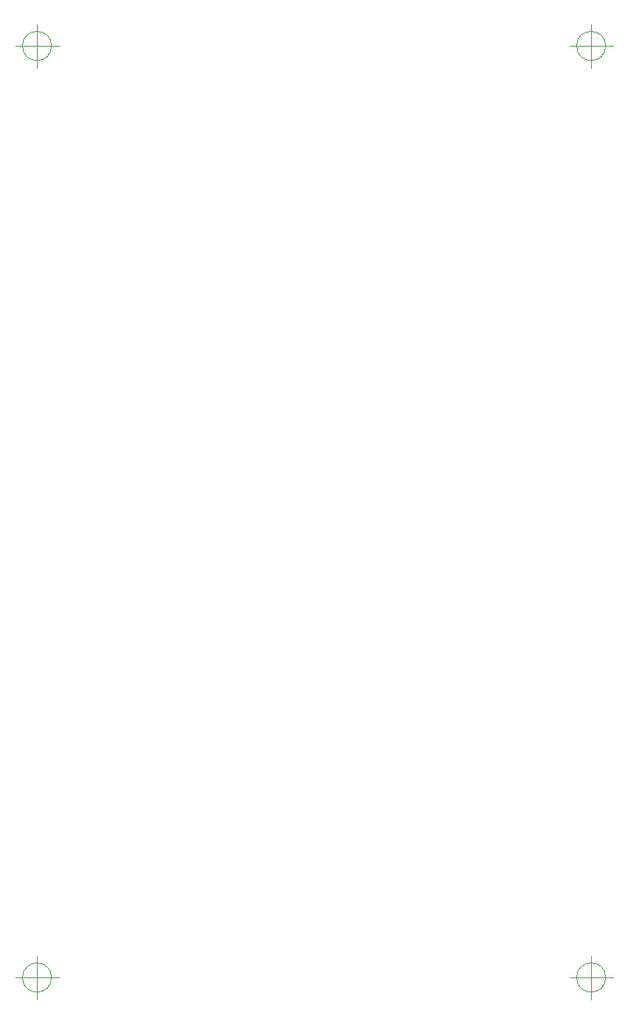
<source format=gm1>
%TF.GenerationSoftware,KiCad,Pcbnew,(5.1.10)-1*%
%TF.CreationDate,2022-11-04T13:07:15-05:00*%
%TF.ProjectId,EscolleraV3,4573636f-6c6c-4657-9261-56332e6b6963,rev?*%
%TF.SameCoordinates,Original*%
%TF.FileFunction,Profile,NP*%
%FSLAX46Y46*%
G04 Gerber Fmt 4.6, Leading zero omitted, Abs format (unit mm)*
G04 Created by KiCad (PCBNEW (5.1.10)-1) date 2022-11-04 13:07:15*
%MOMM*%
%LPD*%
G01*
G04 APERTURE LIST*
%TA.AperFunction,Profile*%
%ADD10C,0.050000*%
%TD*%
G04 APERTURE END LIST*
D10*
X114696666Y-147320000D02*
G75*
G03*
X114696666Y-147320000I-1666666J0D01*
G01*
X110530000Y-147320000D02*
X115530000Y-147320000D01*
X113030000Y-144820000D02*
X113030000Y-149820000D01*
X178196666Y-147320000D02*
G75*
G03*
X178196666Y-147320000I-1666666J0D01*
G01*
X174030000Y-147320000D02*
X179030000Y-147320000D01*
X176530000Y-144820000D02*
X176530000Y-149820000D01*
X178196666Y-40640000D02*
G75*
G03*
X178196666Y-40640000I-1666666J0D01*
G01*
X174030000Y-40640000D02*
X179030000Y-40640000D01*
X176530000Y-38140000D02*
X176530000Y-43140000D01*
X114696666Y-40640000D02*
G75*
G03*
X114696666Y-40640000I-1666666J0D01*
G01*
X110530000Y-40640000D02*
X115530000Y-40640000D01*
X113030000Y-38140000D02*
X113030000Y-43140000D01*
M02*

</source>
